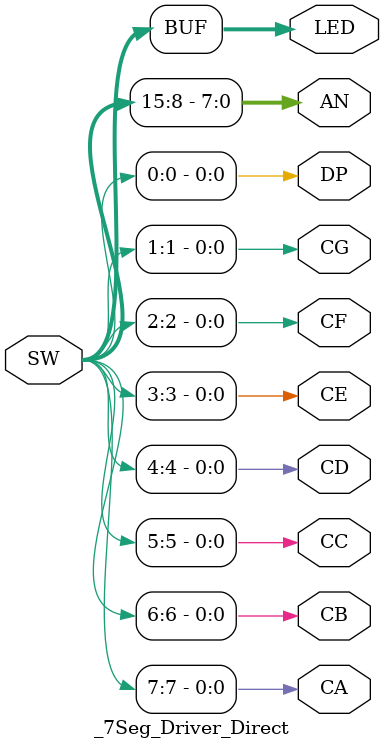
<source format=v>
module _7Seg_Driver_Direct(SW,CA,CB,CC,CD,CE,CF,CG,DP,AN,LED);
	input [15:0]SW;
	output CA,CB,CC,CD,CE,CF,CG,DP;
	output [7:0]AN;
	output [15:0]LED;
	
	assign LED[15:0] = SW[15:0];
	assign AN[7:0] = SW[15:8];
	assign CA = SW[7];
	assign CB = SW[6];
	assign CC = SW[5];
	assign CD = SW[4];
	assign CE = SW[3];
	assign CF = SW[2];
	assign CG = SW[1];
	assign DP = SW[0];
	
endmodule
</source>
